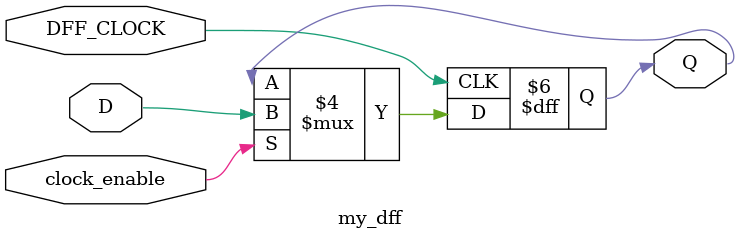
<source format=v>
module debounce(input i_input, input i_clk, output o_output);
	wire slow_clk;
	wire Q1, Q2;
	clock_enable u1(i_clk, slow_clk);
	my_dff d1(i_clk, slow_clk, i_input, Q1);
	my_dff d2(i_clk, slow_clk, Q1, Q2);
	assign o_output = Q1 & Q2;
endmodule

// Slow clock enable for debouncing button 
module clock_enable(input i_clk, output slow_clk);
    reg [15:0] counter = 0;
    always @(posedge i_clk)
    begin
  		counter <= (counter >= 59999) ? 0 : counter + 1;
	end
    assign slow_clk = (counter == 59999) ? 1'b1 : 1'b0;
endmodule

// D-flip-flop with clock enable signal for debouncing module 
module my_dff(input DFF_CLOCK, input clock_enable, input D, output reg Q=0);
	always @ (posedge DFF_CLOCK) begin
  		if(clock_enable==1) 
        	Q <= D;
    end
endmodule
</source>
